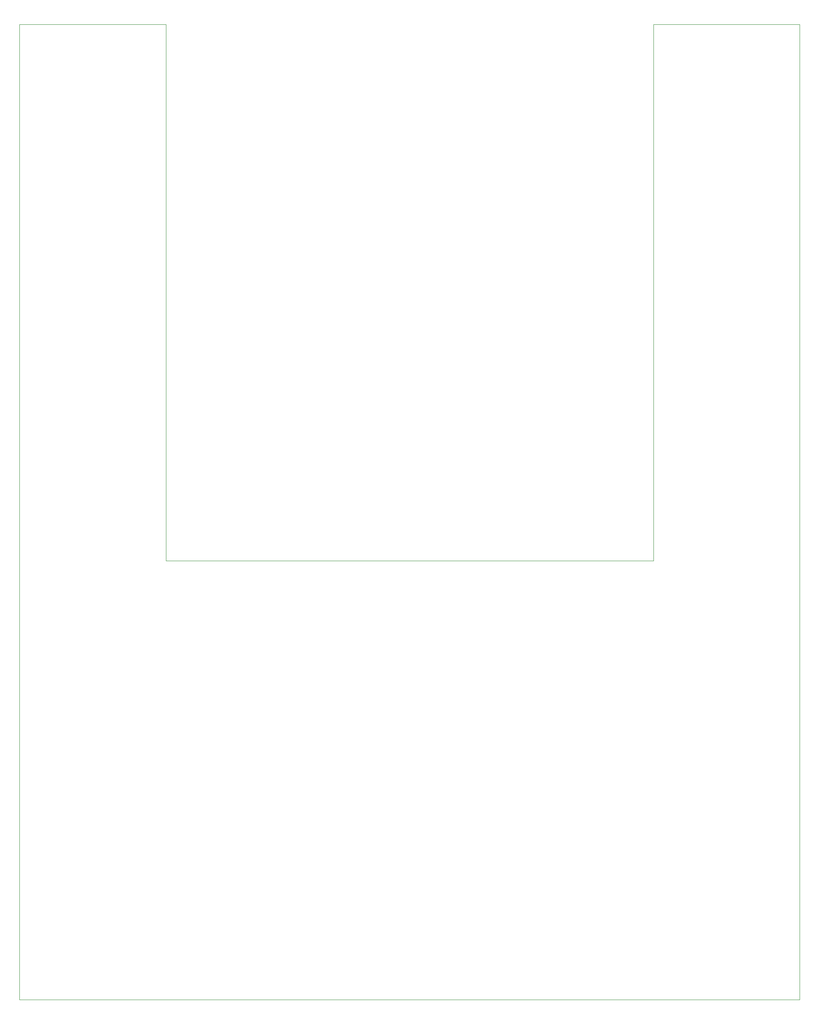
<source format=gbr>
%TF.GenerationSoftware,Altium Limited,Altium NEXUS,2.1.5 (53)*%
G04 Layer_Color=0*
%FSLAX44Y44*%
%MOMM*%
%TF.FileFunction,Profile,NP*%
%TF.Part,Single*%
G01*
G75*
%TA.AperFunction,Profile*%
%ADD146C,0.0254*%
D146*
X1600100Y2000000D02*
X1300100Y2000000D01*
X1300100Y900000D01*
X300100Y900000D01*
X300100Y2000000D01*
X99Y2000000D01*
X100Y-0D01*
X1600100Y-0D01*
X1600100Y2000000D01*
%TF.MD5,3197bd1fdce8315c99dfc7d126cacb59*%
M02*

</source>
